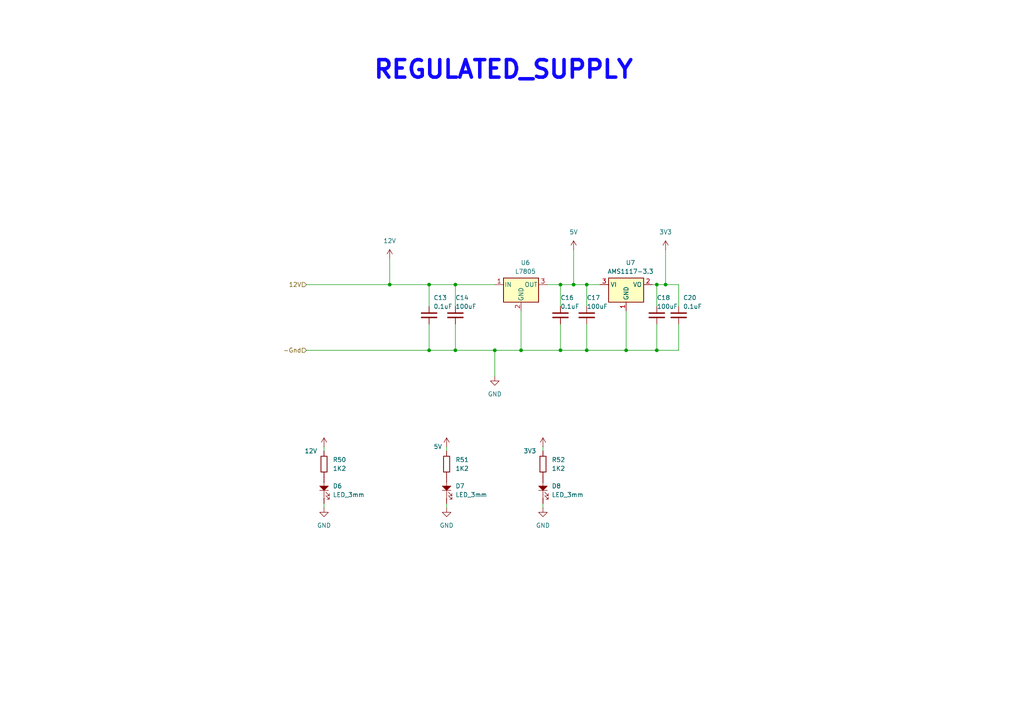
<source format=kicad_sch>
(kicad_sch (version 20231120) (generator "eeschema") (generator_version "8.0")
  (paper "A4")
  (lib_symbols
    (symbol "PCM_SL_Devices:Capacitor_NP"
      (property "Reference" "C" (at 0 6.35 0))
      (property "Value" "Capacitor_NP" (at 0 3.81 0))
      (symbol "Capacitor_NP_0_1"
        (rectangle (start -0.762 2.286) (end -0.508 -2.286) (fill (type outline)))
        (rectangle (start 0.508 2.286) (end 0.762 -2.286) (fill (type outline)))
      )
      (symbol "Capacitor_NP_1_1"
        (pin passive line (at -2.54 0 0) (length 2) (name "~") (number "1"))
        (pin input line (at 2.54 0 180) (length 2) (name "~") (number "2"))
      )
    )
    (symbol "PCM_SL_Devices:LED_3mm"
      (property "Reference" "D" (at -0.508 5.334 0))
      (property "Value" "LED_3mm" (at -0.508 2.794 0))
      (symbol "LED_3mm_0_1"
        (polyline (pts (xy -1.27 0) (xy -2.54 0)))
        (polyline (pts (xy 0 1.27) (xy 0 -1.27)))
        (polyline (pts (xy 0.508 0.508) (xy 1.524 1.524)))
        (polyline (pts (xy 1.27 0) (xy 2.54 0)))
        (polyline (pts (xy 1.524 0.508) (xy 2.54 1.524)))
        (polyline (pts (xy 1.524 1.524) (xy 0.889 1.524)))
        (polyline (pts (xy 1.524 1.524) (xy 1.524 0.889)))
        (polyline (pts (xy 2.54 1.524) (xy 1.905 1.524)))
        (polyline (pts (xy 2.54 1.524) (xy 2.54 0.889)))
        (polyline (pts (xy 0 0) (xy -1.27 -1.27) (xy -1.27 1.27) (xy 0 0) (xy 1.27 0)) (fill (type outline)))
      )
      (symbol "LED_3mm_1_1"
        (pin passive line (at 3.81 0 180) (length 1.5) (name "~") (number "1"))
        (pin passive line (at -3.81 0 0) (length 1.5) (name "") (number "2"))
      )
    )
    (symbol "PCM_SL_Resistors:Resistor"
      (property "Reference" "R" (at 0 5.08 0))
      (property "Value" "Resistor" (at 0 2.54 0))
      (symbol "Resistor_0_1"
        (rectangle (start -2.286 0.889) (end 2.286 -0.889) (stroke (width 0.24)))
      )
      (symbol "Resistor_1_1"
        (pin passive line (at -3.81 0 0) (length 1.5) (name "") (number "1"))
        (pin passive line (at 3.81 0 180) (length 1.5) (name "~") (number "2"))
      )
    )
    (symbol "Regulator_Linear:AMS1117-3.3"
      (property "Reference" "U" (at -3.81 3.175 0))
      (property "Value" "AMS1117-3.3" (at 0 3.175 0))
      (symbol "AMS1117-3.3_0_1"
        (rectangle (start -5.08 -5.08) (end 5.08 1.905) (stroke (width 0.254)) (fill (type background)))
      )
      (symbol "AMS1117-3.3_1_1"
        (pin power_in line (at 0 -7.62 90) (length 2.54) (name "GND") (number "1"))
        (pin power_out line (at 7.62 0 180) (length 2.54) (name "VO") (number "2"))
        (pin power_in line (at -7.62 0 0) (length 2.54) (name "VI") (number "3"))
      )
    )
    (symbol "Regulator_Linear:L7805" (pin_names (offset 0.254))
      (property "Reference" "U" (at -3.81 3.175 0))
      (property "Value" "L7805" (at 0 3.175 0))
      (symbol "L7805_0_1"
        (rectangle (start -5.08 1.905) (end 5.08 -5.08) (stroke (width 0.254)) (fill (type background)))
      )
      (symbol "L7805_1_1"
        (pin power_in line (at -7.62 0 0) (length 2.54) (name "IN") (number "1"))
        (pin power_in line (at 0 -7.62 90) (length 2.54) (name "GND") (number "2"))
        (pin power_out line (at 7.62 0 180) (length 2.54) (name "OUT") (number "3"))
      )
    )
    (symbol "power:GND" (power) (pin_numbers hide) (pin_names (offset 0) hide)
      (property "Value" "GND" (at 0 -3.81 0))
      (symbol "GND_0_1"
        (polyline (pts (xy 0 0) (xy 0 -1.27) (xy 1.27 -1.27) (xy 0 -2.54) (xy -1.27 -1.27) (xy 0 -1.27)))
      )
      (symbol "GND_1_1"
        (pin power_in line (at 0 0 270) (length 0) (name "~") (number "1"))
      )
    )
    (symbol "power:VCC" (power) (pin_numbers hide) (pin_names (offset 0) hide)
      (property "Value" "VCC" (at 0 3.556 0))
      (symbol "VCC_0_1"
        (polyline (pts (xy -0.762 1.27) (xy 0 2.54)))
        (polyline (pts (xy 0 0) (xy 0 2.54)))
        (polyline (pts (xy 0 2.54) (xy 0.762 1.27)))
      )
      (symbol "VCC_1_1"
        (pin power_in line (at 0 0 90) (length 0) (name "~") (number "1"))
      )
    )
  )
  (junction (at 162.56 82.55))
  (junction (at 132.08 101.6))
  (junction (at 190.5 101.6))
  (junction (at 113.03 82.55))
  (junction (at 166.37 82.55))
  (junction (at 181.61 101.6))
  (junction (at 151.13 101.6))
  (junction (at 193.04 82.55))
  (junction (at 143.51 101.6))
  (junction (at 132.08 82.55))
  (junction (at 124.46 82.55))
  (junction (at 170.18 82.55))
  (junction (at 162.56 101.6))
  (junction (at 170.18 101.6))
  (junction (at 190.5 82.55))
  (junction (at 124.46 101.6))
  (wire (pts (xy 190.5 82.55) (xy 193.04 82.55)))
  (wire (pts (xy 124.46 93.98) (xy 124.46 101.6)))
  (wire (pts (xy 170.18 82.55) (xy 170.18 88.9)))
  (wire (pts (xy 157.48 146.05) (xy 157.48 147.32)))
  (wire (pts (xy 129.54 146.05) (xy 129.54 147.32)))
  (wire (pts (xy 132.08 82.55) (xy 132.08 88.9)))
  (wire (pts (xy 162.56 101.6) (xy 170.18 101.6)))
  (wire (pts (xy 162.56 82.55) (xy 166.37 82.55)))
  (wire (pts (xy 166.37 72.39) (xy 166.37 82.55)))
  (wire (pts (xy 124.46 82.55) (xy 124.46 88.9)))
  (wire (pts (xy 196.85 82.55) (xy 196.85 88.9)))
  (wire (pts (xy 93.98 146.05) (xy 93.98 147.32)))
  (wire (pts (xy 190.5 82.55) (xy 189.23 82.55)))
  (wire (pts (xy 170.18 101.6) (xy 181.61 101.6)))
  (wire (pts (xy 181.61 90.17) (xy 181.61 101.6)))
  (wire (pts (xy 166.37 82.55) (xy 170.18 82.55)))
  (wire (pts (xy 170.18 93.98) (xy 170.18 101.6)))
  (wire (pts (xy 143.51 101.6) (xy 151.13 101.6)))
  (wire (pts (xy 162.56 82.55) (xy 162.56 88.9)))
  (wire (pts (xy 93.98 129.54) (xy 93.98 130.81)))
  (wire (pts (xy 129.54 129.54) (xy 129.54 130.81)))
  (wire (pts (xy 132.08 82.55) (xy 143.51 82.55)))
  (wire (pts (xy 143.51 101.6) (xy 143.51 109.22)))
  (wire (pts (xy 132.08 93.98) (xy 132.08 101.6)))
  (wire (pts (xy 113.03 74.93) (xy 113.03 82.55)))
  (wire (pts (xy 124.46 82.55) (xy 132.08 82.55)))
  (wire (pts (xy 124.46 101.6) (xy 132.08 101.6)))
  (wire (pts (xy 158.75 82.55) (xy 162.56 82.55)))
  (wire (pts (xy 151.13 101.6) (xy 162.56 101.6)))
  (wire (pts (xy 190.5 101.6) (xy 190.5 93.98)))
  (wire (pts (xy 157.48 129.54) (xy 157.48 130.81)))
  (wire (pts (xy 181.61 101.6) (xy 190.5 101.6)))
  (wire (pts (xy 193.04 82.55) (xy 196.85 82.55)))
  (wire (pts (xy 151.13 90.17) (xy 151.13 101.6)))
  (wire (pts (xy 196.85 101.6) (xy 190.5 101.6)))
  (wire (pts (xy 196.85 93.98) (xy 196.85 101.6)))
  (wire (pts (xy 193.04 72.39) (xy 193.04 82.55)))
  (wire (pts (xy 162.56 93.98) (xy 162.56 101.6)))
  (wire (pts (xy 190.5 82.55) (xy 190.5 88.9)))
  (wire (pts (xy 113.03 82.55) (xy 124.46 82.55)))
  (wire (pts (xy 170.18 82.55) (xy 173.99 82.55)))
  (wire (pts (xy 88.9 101.6) (xy 124.46 101.6)))
  (wire (pts (xy 132.08 101.6) (xy 143.51 101.6)))
  (wire (pts (xy 88.9 82.55) (xy 113.03 82.55)))
  (text "REGULATED_SUPPLY\n" (at 146.05 20.32 0) (effects (font (size 5.08 5.08) (thickness 1.016) (bold yes))))
  (hierarchical_label "12V" (shape input) (at 88.9 82.55 180))
  (hierarchical_label "-Gnd" (shape input) (at 88.9 101.6 180))
  (symbol (lib_id "PCM_SL_Resistors:Resistor") (at 93.98 134.62 90) (unit 1)
    (property "Reference" "R50" (at 96.52 133.3499 90) (effects (justify right)))
    (property "Value" "1K2" (at 96.52 135.8899 90) (effects (justify right)))
    (property "Footprint" "Resistor_SMD:R_0805_2012Metric_Pad1.20x1.40mm_HandSolder" (effects (hide yes)))
    (property "Description" "1/4W Resistor" (effects (hide yes)))
  )
  (symbol (lib_id "power:GND") (at 129.54 147.32 0) (unit 1)
    (property "Reference" "#PWR031" (effects (hide yes)))
    (property "Value" "GND" (at 129.54 152.4 0))
    (property "Description" "Power symbol creates a global label with name \"GND\" , ground" (effects (hide yes)))
  )
  (symbol (lib_id "power:GND") (at 93.98 147.32 0) (unit 1)
    (property "Reference" "#PWR029" (effects (hide yes)))
    (property "Value" "GND" (at 93.98 152.4 0))
    (property "Description" "Power symbol creates a global label with name \"GND\" , ground" (effects (hide yes)))
  )
  (symbol (lib_id "PCM_SL_Devices:Capacitor_NP") (at 196.85 91.44 90) (unit 1)
    (property "Reference" "C20" (at 198.12 86.36 90) (effects (justify right)))
    (property "Value" "0.1uF" (at 198.12 88.9 90) (effects (justify right)))
    (property "Footprint" "inqbe:CP_Radial_D5.0mm_P2.50mm" (effects (hide yes)))
    (property "Description" "Unpolarized Capacitor" (effects (hide yes)))
  )
  (symbol (lib_id "PCM_SL_Devices:Capacitor_NP") (at 170.18 91.44 90) (unit 1)
    (property "Reference" "C17" (at 170.18 86.36 90) (effects (justify right)))
    (property "Value" "100uF" (at 170.18 88.9 90) (effects (justify right)))
    (property "Footprint" "inqbe:CP_Radial_D5.0mm_P2.50mm" (effects (hide yes)))
    (property "Description" "Unpolarized Capacitor" (effects (hide yes)))
  )
  (symbol (lib_id "power:VCC") (at 166.37 72.39 0) (unit 1)
    (property "Reference" "#PWR026" (effects (hide yes)))
    (property "Value" "5V" (at 166.37 67.31 0))
    (property "Description" "Power symbol creates a global label with name \"VCC\"" (effects (hide yes)))
  )
  (symbol (lib_id "PCM_SL_Devices:Capacitor_NP") (at 132.08 91.44 90) (unit 1)
    (property "Reference" "C14" (at 132.08 86.36 90) (effects (justify right)))
    (property "Value" "100uF" (at 132.08 88.9 90) (effects (justify right)))
    (property "Footprint" "inqbe:CP_Radial_D5.0mm_P2.50mm" (effects (hide yes)))
    (property "Description" "Unpolarized Capacitor" (effects (hide yes)))
  )
  (symbol (lib_id "power:VCC") (at 113.03 74.93 0) (unit 1)
    (property "Reference" "#PWR016" (effects (hide yes)))
    (property "Value" "12V" (at 113.03 69.85 0))
    (property "Description" "Power symbol creates a global label with name \"VCC\"" (effects (hide yes)))
  )
  (symbol (lib_id "PCM_SL_Devices:LED_3mm") (at 129.54 142.24 270) (unit 1)
    (property "Reference" "D7" (at 132.08 140.9699 90) (effects (justify left)))
    (property "Value" "LED_3mm" (at 132.08 143.5099 90) (effects (justify left)))
    (property "Footprint" "LED_THT:LED_D3.0mm" (effects (hide yes)))
    (property "Description" "3mm diameter small LED" (effects (hide yes)))
  )
  (symbol (lib_id "power:VCC") (at 157.48 129.54 0) (unit 1)
    (property "Reference" "#PWR032" (effects (hide yes)))
    (property "Value" "3V3" (at 153.67 130.81 0))
    (property "Description" "Power symbol creates a global label with name \"VCC\"" (effects (hide yes)))
  )
  (symbol (lib_id "PCM_SL_Resistors:Resistor") (at 129.54 134.62 90) (unit 1)
    (property "Reference" "R51" (at 132.08 133.3499 90) (effects (justify right)))
    (property "Value" "1K2" (at 132.08 135.8899 90) (effects (justify right)))
    (property "Footprint" "Resistor_SMD:R_0805_2012Metric_Pad1.20x1.40mm_HandSolder" (effects (hide yes)))
    (property "Description" "1/4W Resistor" (effects (hide yes)))
  )
  (symbol (lib_id "Regulator_Linear:AMS1117-3.3") (at 181.61 82.55 0) (unit 1)
    (property "Reference" "U7" (at 182.88 76.2 0))
    (property "Value" "AMS1117-3.3" (at 182.88 78.74 0))
    (property "Footprint" "Package_TO_SOT_SMD:SOT-223-3_TabPin2" (effects (hide yes)))
    (property "Datasheet" "http://www.advanced-monolithic.com/pdf/ds1117.pdf" (effects (hide yes)))
    (property "Description" "1A Low Dropout regulator, positive, 3.3V fixed output, SOT-223" (effects (hide yes)))
  )
  (symbol (lib_id "power:GND") (at 143.51 109.22 0) (unit 1)
    (property "Reference" "#PWR015" (effects (hide yes)))
    (property "Value" "GND" (at 143.51 114.3 0))
    (property "Description" "Power symbol creates a global label with name \"GND\" , ground" (effects (hide yes)))
  )
  (symbol (lib_id "Regulator_Linear:L7805") (at 151.13 82.55 0) (unit 1)
    (property "Reference" "U6" (at 152.4 76.2 0))
    (property "Value" "L7805" (at 152.4 78.74 0))
    (property "Footprint" "inqbe:TO-220-3_Vertical_HS48_PL48_Heatsink" (effects (hide yes)))
    (property "Datasheet" "http://www.st.com/content/ccc/resource/technical/document/datasheet/41/4f/b3/b0/12/d4/47/88/CD00000444.pdf/files/CD00000444.pdf/jcr:content/translations/en.CD00000444.pdf" (effects (hide yes)))
    (property "Description" "Positive 1.5A 35V Linear Regulator, Fixed Output 5V, TO-220/TO-263/TO-252" (effects (hide yes)))
  )
  (symbol (lib_id "PCM_SL_Devices:Capacitor_NP") (at 124.46 91.44 90) (unit 1)
    (property "Reference" "C13" (at 125.73 86.36 90) (effects (justify right)))
    (property "Value" "0.1uF" (at 125.73 88.9 90) (effects (justify right)))
    (property "Footprint" "Capacitor_SMD:C_0805_2012Metric_Pad1.18x1.45mm_HandSolder" (effects (hide yes)))
    (property "Description" "Unpolarized Capacitor" (effects (hide yes)))
  )
  (symbol (lib_id "PCM_SL_Devices:Capacitor_NP") (at 162.56 91.44 90) (unit 1)
    (property "Reference" "C16" (at 162.56 86.36 90) (effects (justify right)))
    (property "Value" "0.1uF" (at 162.56 88.9 90) (effects (justify right)))
    (property "Footprint" "Capacitor_THT:C_Disc_D3.0mm_W2.0mm_P2.50mm" (effects (hide yes)))
    (property "Description" "Unpolarized Capacitor" (effects (hide yes)))
  )
  (symbol (lib_id "PCM_SL_Devices:LED_3mm") (at 157.48 142.24 270) (unit 1)
    (property "Reference" "D8" (at 160.02 140.9699 90) (effects (justify left)))
    (property "Value" "LED_3mm" (at 160.02 143.5099 90) (effects (justify left)))
    (property "Footprint" "LED_THT:LED_D3.0mm" (effects (hide yes)))
    (property "Description" "3mm diameter small LED" (effects (hide yes)))
  )
  (symbol (lib_id "power:VCC") (at 93.98 129.54 0) (unit 1)
    (property "Reference" "#PWR028" (effects (hide yes)))
    (property "Value" "12V" (at 90.17 130.81 0))
    (property "Description" "Power symbol creates a global label with name \"VCC\"" (effects (hide yes)))
  )
  (symbol (lib_id "PCM_SL_Resistors:Resistor") (at 157.48 134.62 90) (unit 1)
    (property "Reference" "R52" (at 160.02 133.3499 90) (effects (justify right)))
    (property "Value" "1K2" (at 160.02 135.8899 90) (effects (justify right)))
    (property "Footprint" "Resistor_SMD:R_0805_2012Metric_Pad1.20x1.40mm_HandSolder" (effects (hide yes)))
    (property "Description" "1/4W Resistor" (effects (hide yes)))
  )
  (symbol (lib_id "power:VCC") (at 129.54 129.54 0) (unit 1)
    (property "Reference" "#PWR030" (effects (hide yes)))
    (property "Value" "5V" (at 127 129.54 0))
    (property "Description" "Power symbol creates a global label with name \"VCC\"" (effects (hide yes)))
  )
  (symbol (lib_id "PCM_SL_Devices:Capacitor_NP") (at 190.5 91.44 90) (unit 1)
    (property "Reference" "C18" (at 190.5 86.36 90) (effects (justify right)))
    (property "Value" "100uF" (at 190.5 88.9 90) (effects (justify right)))
    (property "Footprint" "Capacitor_SMD:C_0805_2012Metric_Pad1.18x1.45mm_HandSolder" (effects (hide yes)))
    (property "Description" "Unpolarized Capacitor" (effects (hide yes)))
  )
  (symbol (lib_id "PCM_SL_Devices:LED_3mm") (at 93.98 142.24 270) (unit 1)
    (property "Reference" "D6" (at 96.52 140.9699 90) (effects (justify left)))
    (property "Value" "LED_3mm" (at 96.52 143.5099 90) (effects (justify left)))
    (property "Footprint" "LED_THT:LED_D3.0mm" (effects (hide yes)))
    (property "Description" "3mm diameter small LED" (effects (hide yes)))
  )
  (symbol (lib_id "power:GND") (at 157.48 147.32 0) (unit 1)
    (property "Reference" "#PWR033" (effects (hide yes)))
    (property "Value" "GND" (at 157.48 152.4 0))
    (property "Description" "Power symbol creates a global label with name \"GND\" , ground" (effects (hide yes)))
  )
  (symbol (lib_id "power:VCC") (at 193.04 72.39 0) (unit 1)
    (property "Reference" "#PWR027" (effects (hide yes)))
    (property "Value" "3V3" (at 193.04 67.31 0))
    (property "Description" "Power symbol creates a global label with name \"VCC\"" (effects (hide yes)))
  )
)
</source>
